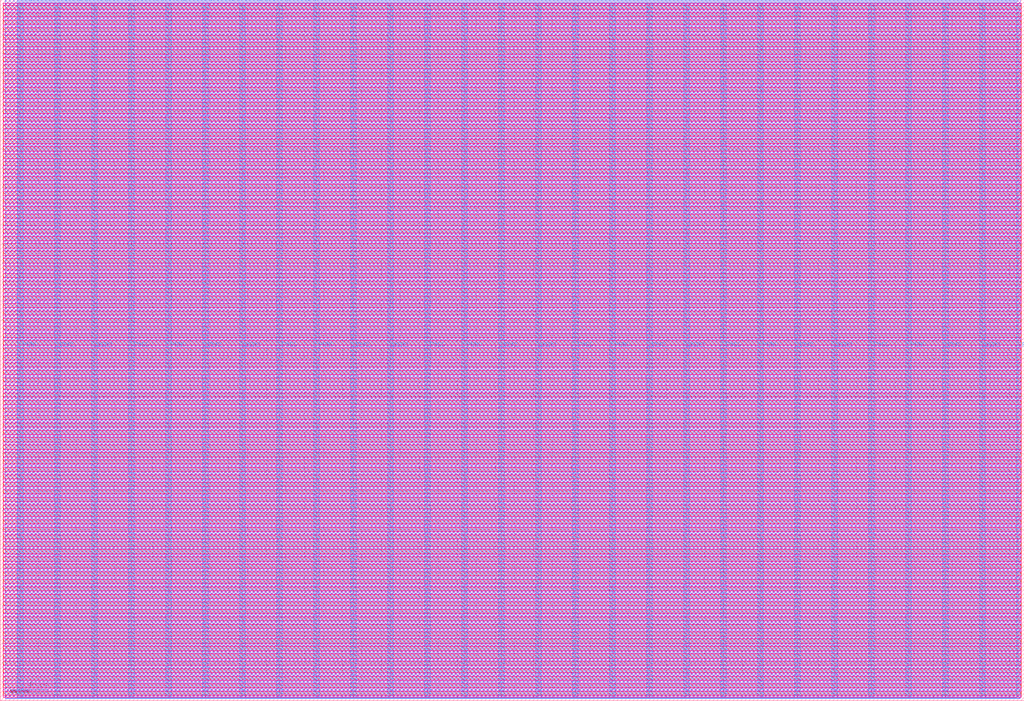
<source format=lef>
VERSION 5.7 ;
  NOWIREEXTENSIONATPIN ON ;
  DIVIDERCHAR "/" ;
  BUSBITCHARS "[]" ;
MACRO tt_um_lisa
  CLASS BLOCK ;
  FOREIGN tt_um_lisa ;
  ORIGIN 0.000 0.000 ;
  SIZE 1075.760 BY 736.960 ;
  PIN VGND
    DIRECTION INOUT ;
    USE GROUND ;
    PORT
      LAYER Metal4 ;
        RECT 22.180 3.620 23.780 733.340 ;
    END
    PORT
      LAYER Metal4 ;
        RECT 61.050 3.620 62.650 733.340 ;
    END
    PORT
      LAYER Metal4 ;
        RECT 99.920 3.620 101.520 733.340 ;
    END
    PORT
      LAYER Metal4 ;
        RECT 138.790 3.620 140.390 733.340 ;
    END
    PORT
      LAYER Metal4 ;
        RECT 177.660 3.620 179.260 733.340 ;
    END
    PORT
      LAYER Metal4 ;
        RECT 216.530 3.620 218.130 733.340 ;
    END
    PORT
      LAYER Metal4 ;
        RECT 255.400 3.620 257.000 733.340 ;
    END
    PORT
      LAYER Metal4 ;
        RECT 294.270 3.620 295.870 733.340 ;
    END
    PORT
      LAYER Metal4 ;
        RECT 333.140 3.620 334.740 733.340 ;
    END
    PORT
      LAYER Metal4 ;
        RECT 372.010 3.620 373.610 733.340 ;
    END
    PORT
      LAYER Metal4 ;
        RECT 410.880 3.620 412.480 733.340 ;
    END
    PORT
      LAYER Metal4 ;
        RECT 449.750 3.620 451.350 733.340 ;
    END
    PORT
      LAYER Metal4 ;
        RECT 488.620 3.620 490.220 733.340 ;
    END
    PORT
      LAYER Metal4 ;
        RECT 527.490 3.620 529.090 733.340 ;
    END
    PORT
      LAYER Metal4 ;
        RECT 566.360 3.620 567.960 733.340 ;
    END
    PORT
      LAYER Metal4 ;
        RECT 605.230 3.620 606.830 733.340 ;
    END
    PORT
      LAYER Metal4 ;
        RECT 644.100 3.620 645.700 733.340 ;
    END
    PORT
      LAYER Metal4 ;
        RECT 682.970 3.620 684.570 733.340 ;
    END
    PORT
      LAYER Metal4 ;
        RECT 721.840 3.620 723.440 733.340 ;
    END
    PORT
      LAYER Metal4 ;
        RECT 760.710 3.620 762.310 733.340 ;
    END
    PORT
      LAYER Metal4 ;
        RECT 799.580 3.620 801.180 733.340 ;
    END
    PORT
      LAYER Metal4 ;
        RECT 838.450 3.620 840.050 733.340 ;
    END
    PORT
      LAYER Metal4 ;
        RECT 877.320 3.620 878.920 733.340 ;
    END
    PORT
      LAYER Metal4 ;
        RECT 916.190 3.620 917.790 733.340 ;
    END
    PORT
      LAYER Metal4 ;
        RECT 955.060 3.620 956.660 733.340 ;
    END
    PORT
      LAYER Metal4 ;
        RECT 993.930 3.620 995.530 733.340 ;
    END
    PORT
      LAYER Metal4 ;
        RECT 1032.800 3.620 1034.400 733.340 ;
    END
  END VGND
  PIN VPWR
    DIRECTION INOUT ;
    USE POWER ;
    PORT
      LAYER Metal4 ;
        RECT 18.880 3.620 20.480 733.340 ;
    END
    PORT
      LAYER Metal4 ;
        RECT 57.750 3.620 59.350 733.340 ;
    END
    PORT
      LAYER Metal4 ;
        RECT 96.620 3.620 98.220 733.340 ;
    END
    PORT
      LAYER Metal4 ;
        RECT 135.490 3.620 137.090 733.340 ;
    END
    PORT
      LAYER Metal4 ;
        RECT 174.360 3.620 175.960 733.340 ;
    END
    PORT
      LAYER Metal4 ;
        RECT 213.230 3.620 214.830 733.340 ;
    END
    PORT
      LAYER Metal4 ;
        RECT 252.100 3.620 253.700 733.340 ;
    END
    PORT
      LAYER Metal4 ;
        RECT 290.970 3.620 292.570 733.340 ;
    END
    PORT
      LAYER Metal4 ;
        RECT 329.840 3.620 331.440 733.340 ;
    END
    PORT
      LAYER Metal4 ;
        RECT 368.710 3.620 370.310 733.340 ;
    END
    PORT
      LAYER Metal4 ;
        RECT 407.580 3.620 409.180 733.340 ;
    END
    PORT
      LAYER Metal4 ;
        RECT 446.450 3.620 448.050 733.340 ;
    END
    PORT
      LAYER Metal4 ;
        RECT 485.320 3.620 486.920 733.340 ;
    END
    PORT
      LAYER Metal4 ;
        RECT 524.190 3.620 525.790 733.340 ;
    END
    PORT
      LAYER Metal4 ;
        RECT 563.060 3.620 564.660 733.340 ;
    END
    PORT
      LAYER Metal4 ;
        RECT 601.930 3.620 603.530 733.340 ;
    END
    PORT
      LAYER Metal4 ;
        RECT 640.800 3.620 642.400 733.340 ;
    END
    PORT
      LAYER Metal4 ;
        RECT 679.670 3.620 681.270 733.340 ;
    END
    PORT
      LAYER Metal4 ;
        RECT 718.540 3.620 720.140 733.340 ;
    END
    PORT
      LAYER Metal4 ;
        RECT 757.410 3.620 759.010 733.340 ;
    END
    PORT
      LAYER Metal4 ;
        RECT 796.280 3.620 797.880 733.340 ;
    END
    PORT
      LAYER Metal4 ;
        RECT 835.150 3.620 836.750 733.340 ;
    END
    PORT
      LAYER Metal4 ;
        RECT 874.020 3.620 875.620 733.340 ;
    END
    PORT
      LAYER Metal4 ;
        RECT 912.890 3.620 914.490 733.340 ;
    END
    PORT
      LAYER Metal4 ;
        RECT 951.760 3.620 953.360 733.340 ;
    END
    PORT
      LAYER Metal4 ;
        RECT 990.630 3.620 992.230 733.340 ;
    END
    PORT
      LAYER Metal4 ;
        RECT 1029.500 3.620 1031.100 733.340 ;
    END
    PORT
      LAYER Metal4 ;
        RECT 1068.370 3.620 1069.970 733.340 ;
    END
  END VPWR
  PIN clk
    DIRECTION INPUT ;
    USE SIGNAL ;
    ANTENNAGATEAREA 4.738000 ;
    PORT
      LAYER Metal4 ;
        RECT 331.090 735.960 331.390 736.960 ;
    END
  END clk
  PIN ena
    DIRECTION INPUT ;
    USE SIGNAL ;
    ANTENNAGATEAREA 2.204000 ;
    PORT
      LAYER Metal4 ;
        RECT 338.370 735.960 338.670 736.960 ;
    END
  END ena
  PIN rst_n
    DIRECTION INPUT ;
    USE SIGNAL ;
    ANTENNAGATEAREA 2.204000 ;
    PORT
      LAYER Metal4 ;
        RECT 323.810 735.960 324.110 736.960 ;
    END
  END rst_n
  PIN ui_in[0]
    DIRECTION INPUT ;
    USE SIGNAL ;
    ANTENNAGATEAREA 2.204000 ;
    PORT
      LAYER Metal4 ;
        RECT 316.530 735.960 316.830 736.960 ;
    END
  END ui_in[0]
  PIN ui_in[1]
    DIRECTION INPUT ;
    USE SIGNAL ;
    ANTENNAGATEAREA 2.204000 ;
    PORT
      LAYER Metal4 ;
        RECT 309.250 735.960 309.550 736.960 ;
    END
  END ui_in[1]
  PIN ui_in[2]
    DIRECTION INPUT ;
    USE SIGNAL ;
    ANTENNAGATEAREA 2.204000 ;
    PORT
      LAYER Metal4 ;
        RECT 301.970 735.960 302.270 736.960 ;
    END
  END ui_in[2]
  PIN ui_in[3]
    DIRECTION INPUT ;
    USE SIGNAL ;
    ANTENNAGATEAREA 2.204000 ;
    PORT
      LAYER Metal4 ;
        RECT 294.690 735.960 294.990 736.960 ;
    END
  END ui_in[3]
  PIN ui_in[4]
    DIRECTION INPUT ;
    USE SIGNAL ;
    ANTENNAGATEAREA 1.102000 ;
    PORT
      LAYER Metal4 ;
        RECT 287.410 735.960 287.710 736.960 ;
    END
  END ui_in[4]
  PIN ui_in[5]
    DIRECTION INPUT ;
    USE SIGNAL ;
    ANTENNAGATEAREA 1.102000 ;
    PORT
      LAYER Metal4 ;
        RECT 280.130 735.960 280.430 736.960 ;
    END
  END ui_in[5]
  PIN ui_in[6]
    DIRECTION INPUT ;
    USE SIGNAL ;
    ANTENNAGATEAREA 1.102000 ;
    PORT
      LAYER Metal4 ;
        RECT 272.850 735.960 273.150 736.960 ;
    END
  END ui_in[6]
  PIN ui_in[7]
    DIRECTION INPUT ;
    USE SIGNAL ;
    ANTENNAGATEAREA 2.204000 ;
    PORT
      LAYER Metal4 ;
        RECT 265.570 735.960 265.870 736.960 ;
    END
  END ui_in[7]
  PIN uio_in[0]
    DIRECTION INPUT ;
    USE SIGNAL ;
    PORT
      LAYER Metal4 ;
        RECT 258.290 735.960 258.590 736.960 ;
    END
  END uio_in[0]
  PIN uio_in[1]
    DIRECTION INPUT ;
    USE SIGNAL ;
    ANTENNAGATEAREA 1.102000 ;
    PORT
      LAYER Metal4 ;
        RECT 251.010 735.960 251.310 736.960 ;
    END
  END uio_in[1]
  PIN uio_in[2]
    DIRECTION INPUT ;
    USE SIGNAL ;
    ANTENNAGATEAREA 2.204000 ;
    PORT
      LAYER Metal4 ;
        RECT 243.730 735.960 244.030 736.960 ;
    END
  END uio_in[2]
  PIN uio_in[3]
    DIRECTION INPUT ;
    USE SIGNAL ;
    ANTENNAGATEAREA 1.102000 ;
    PORT
      LAYER Metal4 ;
        RECT 236.450 735.960 236.750 736.960 ;
    END
  END uio_in[3]
  PIN uio_in[4]
    DIRECTION INPUT ;
    USE SIGNAL ;
    ANTENNAGATEAREA 1.102000 ;
    PORT
      LAYER Metal4 ;
        RECT 229.170 735.960 229.470 736.960 ;
    END
  END uio_in[4]
  PIN uio_in[5]
    DIRECTION INPUT ;
    USE SIGNAL ;
    ANTENNAGATEAREA 1.102000 ;
    PORT
      LAYER Metal4 ;
        RECT 221.890 735.960 222.190 736.960 ;
    END
  END uio_in[5]
  PIN uio_in[6]
    DIRECTION INPUT ;
    USE SIGNAL ;
    ANTENNAGATEAREA 1.102000 ;
    PORT
      LAYER Metal4 ;
        RECT 214.610 735.960 214.910 736.960 ;
    END
  END uio_in[6]
  PIN uio_in[7]
    DIRECTION INPUT ;
    USE SIGNAL ;
    ANTENNAGATEAREA 1.102000 ;
    PORT
      LAYER Metal4 ;
        RECT 207.330 735.960 207.630 736.960 ;
    END
  END uio_in[7]
  PIN uio_oe[0]
    DIRECTION OUTPUT ;
    USE SIGNAL ;
    ANTENNADIFFAREA 0.536800 ;
    PORT
      LAYER Metal4 ;
        RECT 83.570 735.960 83.870 736.960 ;
    END
  END uio_oe[0]
  PIN uio_oe[1]
    DIRECTION OUTPUT ;
    USE SIGNAL ;
    ANTENNADIFFAREA 2.304600 ;
    PORT
      LAYER Metal4 ;
        RECT 76.290 735.960 76.590 736.960 ;
    END
  END uio_oe[1]
  PIN uio_oe[2]
    DIRECTION OUTPUT ;
    USE SIGNAL ;
    ANTENNADIFFAREA 2.304600 ;
    PORT
      LAYER Metal4 ;
        RECT 69.010 735.960 69.310 736.960 ;
    END
  END uio_oe[2]
  PIN uio_oe[3]
    DIRECTION OUTPUT ;
    USE SIGNAL ;
    ANTENNADIFFAREA 0.536800 ;
    PORT
      LAYER Metal4 ;
        RECT 61.730 735.960 62.030 736.960 ;
    END
  END uio_oe[3]
  PIN uio_oe[4]
    DIRECTION OUTPUT ;
    USE SIGNAL ;
    ANTENNADIFFAREA 5.305500 ;
    PORT
      LAYER Metal4 ;
        RECT 54.450 735.960 54.750 736.960 ;
    END
  END uio_oe[4]
  PIN uio_oe[5]
    DIRECTION OUTPUT ;
    USE SIGNAL ;
    ANTENNADIFFAREA 5.219200 ;
    PORT
      LAYER Metal4 ;
        RECT 47.170 735.960 47.470 736.960 ;
    END
  END uio_oe[5]
  PIN uio_oe[6]
    DIRECTION OUTPUT ;
    USE SIGNAL ;
    ANTENNADIFFAREA 5.305500 ;
    PORT
      LAYER Metal4 ;
        RECT 39.890 735.960 40.190 736.960 ;
    END
  END uio_oe[6]
  PIN uio_oe[7]
    DIRECTION OUTPUT ;
    USE SIGNAL ;
    ANTENNADIFFAREA 5.305500 ;
    PORT
      LAYER Metal4 ;
        RECT 32.610 735.960 32.910 736.960 ;
    END
  END uio_oe[7]
  PIN uio_out[0]
    DIRECTION OUTPUT ;
    USE SIGNAL ;
    ANTENNADIFFAREA 4.030500 ;
    PORT
      LAYER Metal4 ;
        RECT 141.810 735.960 142.110 736.960 ;
    END
  END uio_out[0]
  PIN uio_out[1]
    DIRECTION OUTPUT ;
    USE SIGNAL ;
    ANTENNADIFFAREA 3.879200 ;
    PORT
      LAYER Metal4 ;
        RECT 134.530 735.960 134.830 736.960 ;
    END
  END uio_out[1]
  PIN uio_out[2]
    DIRECTION OUTPUT ;
    USE SIGNAL ;
    ANTENNADIFFAREA 3.879200 ;
    PORT
      LAYER Metal4 ;
        RECT 127.250 735.960 127.550 736.960 ;
    END
  END uio_out[2]
  PIN uio_out[3]
    DIRECTION OUTPUT ;
    USE SIGNAL ;
    ANTENNADIFFAREA 4.731200 ;
    PORT
      LAYER Metal4 ;
        RECT 119.970 735.960 120.270 736.960 ;
    END
  END uio_out[3]
  PIN uio_out[4]
    DIRECTION OUTPUT ;
    USE SIGNAL ;
    ANTENNADIFFAREA 4.030500 ;
    PORT
      LAYER Metal4 ;
        RECT 112.690 735.960 112.990 736.960 ;
    END
  END uio_out[4]
  PIN uio_out[5]
    DIRECTION OUTPUT ;
    USE SIGNAL ;
    ANTENNADIFFAREA 4.389000 ;
    PORT
      LAYER Metal4 ;
        RECT 105.410 735.960 105.710 736.960 ;
    END
  END uio_out[5]
  PIN uio_out[6]
    DIRECTION OUTPUT ;
    USE SIGNAL ;
    ANTENNADIFFAREA 5.028900 ;
    PORT
      LAYER Metal4 ;
        RECT 98.130 735.960 98.430 736.960 ;
    END
  END uio_out[6]
  PIN uio_out[7]
    DIRECTION OUTPUT ;
    USE SIGNAL ;
    ANTENNADIFFAREA 5.028900 ;
    PORT
      LAYER Metal4 ;
        RECT 90.850 735.960 91.150 736.960 ;
    END
  END uio_out[7]
  PIN uo_out[0]
    DIRECTION OUTPUT ;
    USE SIGNAL ;
    ANTENNADIFFAREA 3.240100 ;
    PORT
      LAYER Metal4 ;
        RECT 200.050 735.960 200.350 736.960 ;
    END
  END uo_out[0]
  PIN uo_out[1]
    DIRECTION OUTPUT ;
    USE SIGNAL ;
    ANTENNADIFFAREA 5.279000 ;
    PORT
      LAYER Metal4 ;
        RECT 192.770 735.960 193.070 736.960 ;
    END
  END uo_out[1]
  PIN uo_out[2]
    DIRECTION OUTPUT ;
    USE SIGNAL ;
    ANTENNADIFFAREA 5.279000 ;
    PORT
      LAYER Metal4 ;
        RECT 185.490 735.960 185.790 736.960 ;
    END
  END uo_out[2]
  PIN uo_out[3]
    DIRECTION OUTPUT ;
    USE SIGNAL ;
    ANTENNADIFFAREA 5.279000 ;
    PORT
      LAYER Metal4 ;
        RECT 178.210 735.960 178.510 736.960 ;
    END
  END uo_out[3]
  PIN uo_out[4]
    DIRECTION OUTPUT ;
    USE SIGNAL ;
    ANTENNADIFFAREA 5.028900 ;
    PORT
      LAYER Metal4 ;
        RECT 170.930 735.960 171.230 736.960 ;
    END
  END uo_out[4]
  PIN uo_out[5]
    DIRECTION OUTPUT ;
    USE SIGNAL ;
    ANTENNADIFFAREA 3.879200 ;
    PORT
      LAYER Metal4 ;
        RECT 163.650 735.960 163.950 736.960 ;
    END
  END uo_out[5]
  PIN uo_out[6]
    DIRECTION OUTPUT ;
    USE SIGNAL ;
    ANTENNADIFFAREA 3.879200 ;
    PORT
      LAYER Metal4 ;
        RECT 156.370 735.960 156.670 736.960 ;
    END
  END uo_out[6]
  PIN uo_out[7]
    DIRECTION OUTPUT ;
    USE SIGNAL ;
    ANTENNADIFFAREA 3.240100 ;
    PORT
      LAYER Metal4 ;
        RECT 149.090 735.960 149.390 736.960 ;
    END
  END uo_out[7]
  OBS
      LAYER Pwell ;
        RECT 2.930 731.280 1072.830 733.470 ;
      LAYER Nwell ;
        RECT 2.930 726.960 1072.830 731.280 ;
      LAYER Pwell ;
        RECT 2.930 723.440 1072.830 726.960 ;
      LAYER Nwell ;
        RECT 2.930 719.120 1072.830 723.440 ;
      LAYER Pwell ;
        RECT 2.930 715.600 1072.830 719.120 ;
      LAYER Nwell ;
        RECT 2.930 711.280 1072.830 715.600 ;
      LAYER Pwell ;
        RECT 2.930 707.760 1072.830 711.280 ;
      LAYER Nwell ;
        RECT 2.930 703.440 1072.830 707.760 ;
      LAYER Pwell ;
        RECT 2.930 699.920 1072.830 703.440 ;
      LAYER Nwell ;
        RECT 2.930 695.600 1072.830 699.920 ;
      LAYER Pwell ;
        RECT 2.930 692.080 1072.830 695.600 ;
      LAYER Nwell ;
        RECT 2.930 687.760 1072.830 692.080 ;
      LAYER Pwell ;
        RECT 2.930 684.240 1072.830 687.760 ;
      LAYER Nwell ;
        RECT 2.930 679.920 1072.830 684.240 ;
      LAYER Pwell ;
        RECT 2.930 676.400 1072.830 679.920 ;
      LAYER Nwell ;
        RECT 2.930 672.080 1072.830 676.400 ;
      LAYER Pwell ;
        RECT 2.930 668.560 1072.830 672.080 ;
      LAYER Nwell ;
        RECT 2.930 664.240 1072.830 668.560 ;
      LAYER Pwell ;
        RECT 2.930 660.720 1072.830 664.240 ;
      LAYER Nwell ;
        RECT 2.930 656.400 1072.830 660.720 ;
      LAYER Pwell ;
        RECT 2.930 652.880 1072.830 656.400 ;
      LAYER Nwell ;
        RECT 2.930 648.560 1072.830 652.880 ;
      LAYER Pwell ;
        RECT 2.930 645.040 1072.830 648.560 ;
      LAYER Nwell ;
        RECT 2.930 640.720 1072.830 645.040 ;
      LAYER Pwell ;
        RECT 2.930 637.200 1072.830 640.720 ;
      LAYER Nwell ;
        RECT 2.930 632.880 1072.830 637.200 ;
      LAYER Pwell ;
        RECT 2.930 629.360 1072.830 632.880 ;
      LAYER Nwell ;
        RECT 2.930 625.040 1072.830 629.360 ;
      LAYER Pwell ;
        RECT 2.930 621.520 1072.830 625.040 ;
      LAYER Nwell ;
        RECT 2.930 617.200 1072.830 621.520 ;
      LAYER Pwell ;
        RECT 2.930 613.680 1072.830 617.200 ;
      LAYER Nwell ;
        RECT 2.930 609.360 1072.830 613.680 ;
      LAYER Pwell ;
        RECT 2.930 605.840 1072.830 609.360 ;
      LAYER Nwell ;
        RECT 2.930 601.520 1072.830 605.840 ;
      LAYER Pwell ;
        RECT 2.930 598.000 1072.830 601.520 ;
      LAYER Nwell ;
        RECT 2.930 593.680 1072.830 598.000 ;
      LAYER Pwell ;
        RECT 2.930 590.160 1072.830 593.680 ;
      LAYER Nwell ;
        RECT 2.930 585.840 1072.830 590.160 ;
      LAYER Pwell ;
        RECT 2.930 582.320 1072.830 585.840 ;
      LAYER Nwell ;
        RECT 2.930 578.000 1072.830 582.320 ;
      LAYER Pwell ;
        RECT 2.930 574.480 1072.830 578.000 ;
      LAYER Nwell ;
        RECT 2.930 570.160 1072.830 574.480 ;
      LAYER Pwell ;
        RECT 2.930 566.640 1072.830 570.160 ;
      LAYER Nwell ;
        RECT 2.930 562.320 1072.830 566.640 ;
      LAYER Pwell ;
        RECT 2.930 558.800 1072.830 562.320 ;
      LAYER Nwell ;
        RECT 2.930 554.480 1072.830 558.800 ;
      LAYER Pwell ;
        RECT 2.930 550.960 1072.830 554.480 ;
      LAYER Nwell ;
        RECT 2.930 546.640 1072.830 550.960 ;
      LAYER Pwell ;
        RECT 2.930 543.120 1072.830 546.640 ;
      LAYER Nwell ;
        RECT 2.930 538.800 1072.830 543.120 ;
      LAYER Pwell ;
        RECT 2.930 535.280 1072.830 538.800 ;
      LAYER Nwell ;
        RECT 2.930 530.960 1072.830 535.280 ;
      LAYER Pwell ;
        RECT 2.930 527.440 1072.830 530.960 ;
      LAYER Nwell ;
        RECT 2.930 523.120 1072.830 527.440 ;
      LAYER Pwell ;
        RECT 2.930 519.600 1072.830 523.120 ;
      LAYER Nwell ;
        RECT 2.930 515.280 1072.830 519.600 ;
      LAYER Pwell ;
        RECT 2.930 511.760 1072.830 515.280 ;
      LAYER Nwell ;
        RECT 2.930 507.440 1072.830 511.760 ;
      LAYER Pwell ;
        RECT 2.930 503.920 1072.830 507.440 ;
      LAYER Nwell ;
        RECT 2.930 499.600 1072.830 503.920 ;
      LAYER Pwell ;
        RECT 2.930 496.080 1072.830 499.600 ;
      LAYER Nwell ;
        RECT 2.930 491.760 1072.830 496.080 ;
      LAYER Pwell ;
        RECT 2.930 488.240 1072.830 491.760 ;
      LAYER Nwell ;
        RECT 2.930 483.920 1072.830 488.240 ;
      LAYER Pwell ;
        RECT 2.930 480.400 1072.830 483.920 ;
      LAYER Nwell ;
        RECT 2.930 476.080 1072.830 480.400 ;
      LAYER Pwell ;
        RECT 2.930 472.560 1072.830 476.080 ;
      LAYER Nwell ;
        RECT 2.930 468.240 1072.830 472.560 ;
      LAYER Pwell ;
        RECT 2.930 464.720 1072.830 468.240 ;
      LAYER Nwell ;
        RECT 2.930 460.400 1072.830 464.720 ;
      LAYER Pwell ;
        RECT 2.930 456.880 1072.830 460.400 ;
      LAYER Nwell ;
        RECT 2.930 452.560 1072.830 456.880 ;
      LAYER Pwell ;
        RECT 2.930 449.040 1072.830 452.560 ;
      LAYER Nwell ;
        RECT 2.930 444.720 1072.830 449.040 ;
      LAYER Pwell ;
        RECT 2.930 441.200 1072.830 444.720 ;
      LAYER Nwell ;
        RECT 2.930 436.880 1072.830 441.200 ;
      LAYER Pwell ;
        RECT 2.930 433.360 1072.830 436.880 ;
      LAYER Nwell ;
        RECT 2.930 429.040 1072.830 433.360 ;
      LAYER Pwell ;
        RECT 2.930 425.520 1072.830 429.040 ;
      LAYER Nwell ;
        RECT 2.930 421.200 1072.830 425.520 ;
      LAYER Pwell ;
        RECT 2.930 417.680 1072.830 421.200 ;
      LAYER Nwell ;
        RECT 2.930 413.360 1072.830 417.680 ;
      LAYER Pwell ;
        RECT 2.930 409.840 1072.830 413.360 ;
      LAYER Nwell ;
        RECT 2.930 405.520 1072.830 409.840 ;
      LAYER Pwell ;
        RECT 2.930 402.000 1072.830 405.520 ;
      LAYER Nwell ;
        RECT 2.930 397.680 1072.830 402.000 ;
      LAYER Pwell ;
        RECT 2.930 394.160 1072.830 397.680 ;
      LAYER Nwell ;
        RECT 2.930 389.840 1072.830 394.160 ;
      LAYER Pwell ;
        RECT 2.930 386.320 1072.830 389.840 ;
      LAYER Nwell ;
        RECT 2.930 382.000 1072.830 386.320 ;
      LAYER Pwell ;
        RECT 2.930 378.480 1072.830 382.000 ;
      LAYER Nwell ;
        RECT 2.930 374.160 1072.830 378.480 ;
      LAYER Pwell ;
        RECT 2.930 370.640 1072.830 374.160 ;
      LAYER Nwell ;
        RECT 2.930 366.320 1072.830 370.640 ;
      LAYER Pwell ;
        RECT 2.930 362.800 1072.830 366.320 ;
      LAYER Nwell ;
        RECT 2.930 358.480 1072.830 362.800 ;
      LAYER Pwell ;
        RECT 2.930 354.960 1072.830 358.480 ;
      LAYER Nwell ;
        RECT 2.930 350.640 1072.830 354.960 ;
      LAYER Pwell ;
        RECT 2.930 347.120 1072.830 350.640 ;
      LAYER Nwell ;
        RECT 2.930 342.800 1072.830 347.120 ;
      LAYER Pwell ;
        RECT 2.930 339.280 1072.830 342.800 ;
      LAYER Nwell ;
        RECT 2.930 334.960 1072.830 339.280 ;
      LAYER Pwell ;
        RECT 2.930 331.440 1072.830 334.960 ;
      LAYER Nwell ;
        RECT 2.930 327.120 1072.830 331.440 ;
      LAYER Pwell ;
        RECT 2.930 323.600 1072.830 327.120 ;
      LAYER Nwell ;
        RECT 2.930 319.280 1072.830 323.600 ;
      LAYER Pwell ;
        RECT 2.930 315.760 1072.830 319.280 ;
      LAYER Nwell ;
        RECT 2.930 311.440 1072.830 315.760 ;
      LAYER Pwell ;
        RECT 2.930 307.920 1072.830 311.440 ;
      LAYER Nwell ;
        RECT 2.930 303.600 1072.830 307.920 ;
      LAYER Pwell ;
        RECT 2.930 300.080 1072.830 303.600 ;
      LAYER Nwell ;
        RECT 2.930 295.760 1072.830 300.080 ;
      LAYER Pwell ;
        RECT 2.930 292.240 1072.830 295.760 ;
      LAYER Nwell ;
        RECT 2.930 287.920 1072.830 292.240 ;
      LAYER Pwell ;
        RECT 2.930 284.400 1072.830 287.920 ;
      LAYER Nwell ;
        RECT 2.930 280.080 1072.830 284.400 ;
      LAYER Pwell ;
        RECT 2.930 276.560 1072.830 280.080 ;
      LAYER Nwell ;
        RECT 2.930 272.240 1072.830 276.560 ;
      LAYER Pwell ;
        RECT 2.930 268.720 1072.830 272.240 ;
      LAYER Nwell ;
        RECT 2.930 264.400 1072.830 268.720 ;
      LAYER Pwell ;
        RECT 2.930 260.880 1072.830 264.400 ;
      LAYER Nwell ;
        RECT 2.930 256.560 1072.830 260.880 ;
      LAYER Pwell ;
        RECT 2.930 253.040 1072.830 256.560 ;
      LAYER Nwell ;
        RECT 2.930 248.720 1072.830 253.040 ;
      LAYER Pwell ;
        RECT 2.930 245.200 1072.830 248.720 ;
      LAYER Nwell ;
        RECT 2.930 240.880 1072.830 245.200 ;
      LAYER Pwell ;
        RECT 2.930 237.360 1072.830 240.880 ;
      LAYER Nwell ;
        RECT 2.930 233.040 1072.830 237.360 ;
      LAYER Pwell ;
        RECT 2.930 229.520 1072.830 233.040 ;
      LAYER Nwell ;
        RECT 2.930 225.200 1072.830 229.520 ;
      LAYER Pwell ;
        RECT 2.930 221.680 1072.830 225.200 ;
      LAYER Nwell ;
        RECT 2.930 217.360 1072.830 221.680 ;
      LAYER Pwell ;
        RECT 2.930 213.840 1072.830 217.360 ;
      LAYER Nwell ;
        RECT 2.930 209.520 1072.830 213.840 ;
      LAYER Pwell ;
        RECT 2.930 206.000 1072.830 209.520 ;
      LAYER Nwell ;
        RECT 2.930 201.680 1072.830 206.000 ;
      LAYER Pwell ;
        RECT 2.930 198.160 1072.830 201.680 ;
      LAYER Nwell ;
        RECT 2.930 193.840 1072.830 198.160 ;
      LAYER Pwell ;
        RECT 2.930 190.320 1072.830 193.840 ;
      LAYER Nwell ;
        RECT 2.930 186.000 1072.830 190.320 ;
      LAYER Pwell ;
        RECT 2.930 182.480 1072.830 186.000 ;
      LAYER Nwell ;
        RECT 2.930 178.160 1072.830 182.480 ;
      LAYER Pwell ;
        RECT 2.930 174.640 1072.830 178.160 ;
      LAYER Nwell ;
        RECT 2.930 170.320 1072.830 174.640 ;
      LAYER Pwell ;
        RECT 2.930 166.800 1072.830 170.320 ;
      LAYER Nwell ;
        RECT 2.930 162.480 1072.830 166.800 ;
      LAYER Pwell ;
        RECT 2.930 158.960 1072.830 162.480 ;
      LAYER Nwell ;
        RECT 2.930 154.640 1072.830 158.960 ;
      LAYER Pwell ;
        RECT 2.930 151.120 1072.830 154.640 ;
      LAYER Nwell ;
        RECT 2.930 146.800 1072.830 151.120 ;
      LAYER Pwell ;
        RECT 2.930 143.280 1072.830 146.800 ;
      LAYER Nwell ;
        RECT 2.930 138.960 1072.830 143.280 ;
      LAYER Pwell ;
        RECT 2.930 135.440 1072.830 138.960 ;
      LAYER Nwell ;
        RECT 2.930 131.120 1072.830 135.440 ;
      LAYER Pwell ;
        RECT 2.930 127.600 1072.830 131.120 ;
      LAYER Nwell ;
        RECT 2.930 123.280 1072.830 127.600 ;
      LAYER Pwell ;
        RECT 2.930 119.760 1072.830 123.280 ;
      LAYER Nwell ;
        RECT 2.930 115.440 1072.830 119.760 ;
      LAYER Pwell ;
        RECT 2.930 111.920 1072.830 115.440 ;
      LAYER Nwell ;
        RECT 2.930 107.600 1072.830 111.920 ;
      LAYER Pwell ;
        RECT 2.930 104.080 1072.830 107.600 ;
      LAYER Nwell ;
        RECT 2.930 99.760 1072.830 104.080 ;
      LAYER Pwell ;
        RECT 2.930 96.240 1072.830 99.760 ;
      LAYER Nwell ;
        RECT 2.930 91.920 1072.830 96.240 ;
      LAYER Pwell ;
        RECT 2.930 88.400 1072.830 91.920 ;
      LAYER Nwell ;
        RECT 2.930 84.080 1072.830 88.400 ;
      LAYER Pwell ;
        RECT 2.930 80.560 1072.830 84.080 ;
      LAYER Nwell ;
        RECT 2.930 76.240 1072.830 80.560 ;
      LAYER Pwell ;
        RECT 2.930 72.720 1072.830 76.240 ;
      LAYER Nwell ;
        RECT 2.930 68.400 1072.830 72.720 ;
      LAYER Pwell ;
        RECT 2.930 64.880 1072.830 68.400 ;
      LAYER Nwell ;
        RECT 2.930 60.560 1072.830 64.880 ;
      LAYER Pwell ;
        RECT 2.930 57.040 1072.830 60.560 ;
      LAYER Nwell ;
        RECT 2.930 52.720 1072.830 57.040 ;
      LAYER Pwell ;
        RECT 2.930 49.200 1072.830 52.720 ;
      LAYER Nwell ;
        RECT 2.930 44.880 1072.830 49.200 ;
      LAYER Pwell ;
        RECT 2.930 41.360 1072.830 44.880 ;
      LAYER Nwell ;
        RECT 2.930 37.040 1072.830 41.360 ;
      LAYER Pwell ;
        RECT 2.930 33.520 1072.830 37.040 ;
      LAYER Nwell ;
        RECT 2.930 29.200 1072.830 33.520 ;
      LAYER Pwell ;
        RECT 2.930 25.680 1072.830 29.200 ;
      LAYER Nwell ;
        RECT 2.930 21.360 1072.830 25.680 ;
      LAYER Pwell ;
        RECT 2.930 17.840 1072.830 21.360 ;
      LAYER Nwell ;
        RECT 2.930 13.520 1072.830 17.840 ;
      LAYER Pwell ;
        RECT 2.930 10.000 1072.830 13.520 ;
      LAYER Nwell ;
        RECT 2.930 5.680 1072.830 10.000 ;
      LAYER Pwell ;
        RECT 2.930 3.490 1072.830 5.680 ;
      LAYER Metal1 ;
        RECT 3.360 3.620 1072.400 733.340 ;
      LAYER Metal2 ;
        RECT 5.180 2.330 1071.700 736.870 ;
      LAYER Metal3 ;
        RECT 5.130 2.380 1071.750 736.820 ;
      LAYER Metal4 ;
        RECT 18.060 735.660 32.310 735.960 ;
        RECT 33.210 735.660 39.590 735.960 ;
        RECT 40.490 735.660 46.870 735.960 ;
        RECT 47.770 735.660 54.150 735.960 ;
        RECT 55.050 735.660 61.430 735.960 ;
        RECT 62.330 735.660 68.710 735.960 ;
        RECT 69.610 735.660 75.990 735.960 ;
        RECT 76.890 735.660 83.270 735.960 ;
        RECT 84.170 735.660 90.550 735.960 ;
        RECT 91.450 735.660 97.830 735.960 ;
        RECT 98.730 735.660 105.110 735.960 ;
        RECT 106.010 735.660 112.390 735.960 ;
        RECT 113.290 735.660 119.670 735.960 ;
        RECT 120.570 735.660 126.950 735.960 ;
        RECT 127.850 735.660 134.230 735.960 ;
        RECT 135.130 735.660 141.510 735.960 ;
        RECT 142.410 735.660 148.790 735.960 ;
        RECT 149.690 735.660 156.070 735.960 ;
        RECT 156.970 735.660 163.350 735.960 ;
        RECT 164.250 735.660 170.630 735.960 ;
        RECT 171.530 735.660 177.910 735.960 ;
        RECT 178.810 735.660 185.190 735.960 ;
        RECT 186.090 735.660 192.470 735.960 ;
        RECT 193.370 735.660 199.750 735.960 ;
        RECT 200.650 735.660 207.030 735.960 ;
        RECT 207.930 735.660 214.310 735.960 ;
        RECT 215.210 735.660 221.590 735.960 ;
        RECT 222.490 735.660 228.870 735.960 ;
        RECT 229.770 735.660 236.150 735.960 ;
        RECT 237.050 735.660 243.430 735.960 ;
        RECT 244.330 735.660 250.710 735.960 ;
        RECT 251.610 735.660 257.990 735.960 ;
        RECT 258.890 735.660 265.270 735.960 ;
        RECT 266.170 735.660 272.550 735.960 ;
        RECT 273.450 735.660 279.830 735.960 ;
        RECT 280.730 735.660 287.110 735.960 ;
        RECT 288.010 735.660 294.390 735.960 ;
        RECT 295.290 735.660 301.670 735.960 ;
        RECT 302.570 735.660 308.950 735.960 ;
        RECT 309.850 735.660 316.230 735.960 ;
        RECT 317.130 735.660 323.510 735.960 ;
        RECT 324.410 735.660 330.790 735.960 ;
        RECT 331.690 735.660 338.070 735.960 ;
        RECT 338.970 735.660 1067.780 735.960 ;
        RECT 18.060 733.640 1067.780 735.660 ;
        RECT 18.060 3.320 18.580 733.640 ;
        RECT 20.780 3.320 21.880 733.640 ;
        RECT 24.080 3.320 57.450 733.640 ;
        RECT 59.650 3.320 60.750 733.640 ;
        RECT 62.950 3.320 96.320 733.640 ;
        RECT 98.520 3.320 99.620 733.640 ;
        RECT 101.820 3.320 135.190 733.640 ;
        RECT 137.390 3.320 138.490 733.640 ;
        RECT 140.690 3.320 174.060 733.640 ;
        RECT 176.260 3.320 177.360 733.640 ;
        RECT 179.560 3.320 212.930 733.640 ;
        RECT 215.130 3.320 216.230 733.640 ;
        RECT 218.430 3.320 251.800 733.640 ;
        RECT 254.000 3.320 255.100 733.640 ;
        RECT 257.300 3.320 290.670 733.640 ;
        RECT 292.870 3.320 293.970 733.640 ;
        RECT 296.170 3.320 329.540 733.640 ;
        RECT 331.740 3.320 332.840 733.640 ;
        RECT 335.040 3.320 368.410 733.640 ;
        RECT 370.610 3.320 371.710 733.640 ;
        RECT 373.910 3.320 407.280 733.640 ;
        RECT 409.480 3.320 410.580 733.640 ;
        RECT 412.780 3.320 446.150 733.640 ;
        RECT 448.350 3.320 449.450 733.640 ;
        RECT 451.650 3.320 485.020 733.640 ;
        RECT 487.220 3.320 488.320 733.640 ;
        RECT 490.520 3.320 523.890 733.640 ;
        RECT 526.090 3.320 527.190 733.640 ;
        RECT 529.390 3.320 562.760 733.640 ;
        RECT 564.960 3.320 566.060 733.640 ;
        RECT 568.260 3.320 601.630 733.640 ;
        RECT 603.830 3.320 604.930 733.640 ;
        RECT 607.130 3.320 640.500 733.640 ;
        RECT 642.700 3.320 643.800 733.640 ;
        RECT 646.000 3.320 679.370 733.640 ;
        RECT 681.570 3.320 682.670 733.640 ;
        RECT 684.870 3.320 718.240 733.640 ;
        RECT 720.440 3.320 721.540 733.640 ;
        RECT 723.740 3.320 757.110 733.640 ;
        RECT 759.310 3.320 760.410 733.640 ;
        RECT 762.610 3.320 795.980 733.640 ;
        RECT 798.180 3.320 799.280 733.640 ;
        RECT 801.480 3.320 834.850 733.640 ;
        RECT 837.050 3.320 838.150 733.640 ;
        RECT 840.350 3.320 873.720 733.640 ;
        RECT 875.920 3.320 877.020 733.640 ;
        RECT 879.220 3.320 912.590 733.640 ;
        RECT 914.790 3.320 915.890 733.640 ;
        RECT 918.090 3.320 951.460 733.640 ;
        RECT 953.660 3.320 954.760 733.640 ;
        RECT 956.960 3.320 990.330 733.640 ;
        RECT 992.530 3.320 993.630 733.640 ;
        RECT 995.830 3.320 1029.200 733.640 ;
        RECT 1031.400 3.320 1032.500 733.640 ;
        RECT 1034.700 3.320 1067.780 733.640 ;
        RECT 18.060 2.330 1067.780 3.320 ;
  END
END tt_um_lisa
END LIBRARY


</source>
